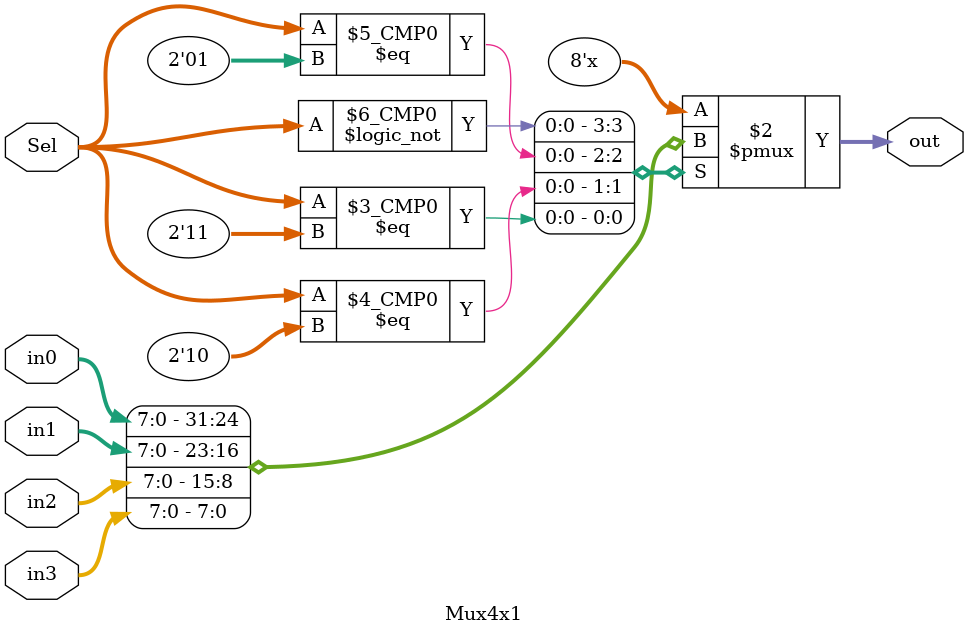
<source format=sv>
module Mux4x1 #(N = 8)( input  logic [N-1:0] in0, in1, in2, in3,
                        input  logic [1:0] Sel,
                        output logic [N-1:0] out);

    always @(*) begin
        case (Sel)
            2'b00:  out = in0;
				2'b01:  out = in1;
				2'b10:  out = in2;
				2'b11:  out = in3;
            default: out = 0;
        endcase
    end

endmodule

</source>
